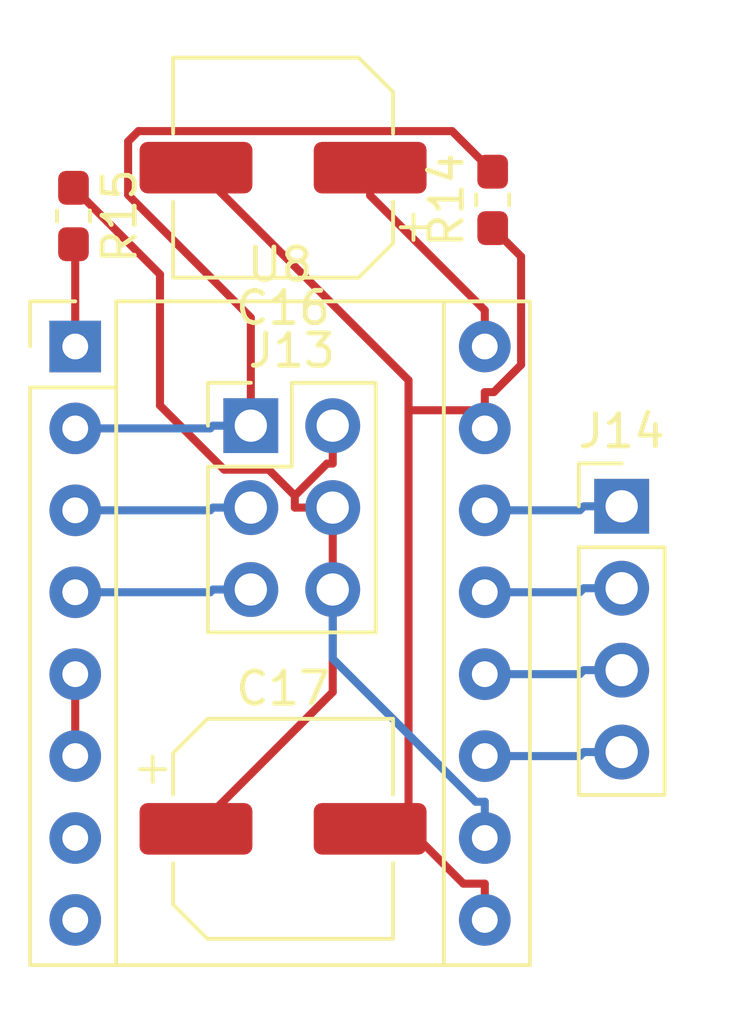
<source format=kicad_pcb>
(kicad_pcb (version 20171130) (host pcbnew 5.0.2-bee76a0~70~ubuntu18.04.1)

  (general
    (thickness 1.6)
    (drawings 0)
    (tracks 64)
    (zones 0)
    (modules 7)
    (nets 15)
  )

  (page A4)
  (layers
    (0 F.Cu signal)
    (31 B.Cu signal)
    (32 B.Adhes user)
    (33 F.Adhes user)
    (34 B.Paste user)
    (35 F.Paste user)
    (36 B.SilkS user)
    (37 F.SilkS user)
    (38 B.Mask user)
    (39 F.Mask user)
    (40 Dwgs.User user)
    (41 Cmts.User user)
    (42 Eco1.User user)
    (43 Eco2.User user)
    (44 Edge.Cuts user)
    (45 Margin user)
    (46 B.CrtYd user)
    (47 F.CrtYd user)
    (48 B.Fab user)
    (49 F.Fab user)
  )

  (setup
    (last_trace_width 0.25)
    (trace_clearance 0.2)
    (zone_clearance 0.508)
    (zone_45_only no)
    (trace_min 0.2)
    (segment_width 0.2)
    (edge_width 0.1)
    (via_size 0.8)
    (via_drill 0.4)
    (via_min_size 0.4)
    (via_min_drill 0.3)
    (uvia_size 0.3)
    (uvia_drill 0.1)
    (uvias_allowed no)
    (uvia_min_size 0.2)
    (uvia_min_drill 0.1)
    (pcb_text_width 0.3)
    (pcb_text_size 1.5 1.5)
    (mod_edge_width 0.15)
    (mod_text_size 1 1)
    (mod_text_width 0.15)
    (pad_size 1.5 1.5)
    (pad_drill 0.6)
    (pad_to_mask_clearance 0)
    (solder_mask_min_width 0.25)
    (aux_axis_origin 0 0)
    (visible_elements FFFFEF7F)
    (pcbplotparams
      (layerselection 0x010fc_ffffffff)
      (usegerberextensions false)
      (usegerberattributes false)
      (usegerberadvancedattributes false)
      (creategerberjobfile false)
      (excludeedgelayer true)
      (linewidth 0.100000)
      (plotframeref false)
      (viasonmask false)
      (mode 1)
      (useauxorigin false)
      (hpglpennumber 1)
      (hpglpenspeed 20)
      (hpglpendiameter 15.000000)
      (psnegative false)
      (psa4output false)
      (plotreference true)
      (plotvalue true)
      (plotinvisibletext false)
      (padsonsilk false)
      (subtractmaskfromsilk false)
      (outputformat 1)
      (mirror false)
      (drillshape 1)
      (scaleselection 1)
      (outputdirectory ""))
  )

  (net 0 "")
  (net 1 GND)
  (net 2 "Net-(J13-Pad1)")
  (net 3 /~EN~)
  (net 4 +5V)
  (net 5 "Net-(J13-Pad3)")
  (net 6 "Net-(J14-Pad4)")
  (net 7 "Net-(J13-Pad5)")
  (net 8 "Net-(J14-Pad3)")
  (net 9 "Net-(U8-Pad5)")
  (net 10 "Net-(J14-Pad2)")
  (net 11 "Net-(J14-Pad1)")
  (net 12 /STEP)
  (net 13 /DIR)
  (net 14 +12V)

  (net_class Default "This is the default net class."
    (clearance 0.2)
    (trace_width 0.25)
    (via_dia 0.8)
    (via_drill 0.4)
    (uvia_dia 0.3)
    (uvia_drill 0.1)
    (add_net +12V)
    (add_net +5V)
    (add_net /DIR)
    (add_net /STEP)
    (add_net /~EN~)
    (add_net GND)
    (add_net "Net-(J13-Pad1)")
    (add_net "Net-(J13-Pad3)")
    (add_net "Net-(J13-Pad5)")
    (add_net "Net-(J14-Pad1)")
    (add_net "Net-(J14-Pad2)")
    (add_net "Net-(J14-Pad3)")
    (add_net "Net-(J14-Pad4)")
    (add_net "Net-(U8-Pad5)")
  )

  (module Capacitor_SMD:CP_Elec_6.3x7.7 (layer F.Cu) (tedit 5BCA39D0) (tstamp 5CCFF356)
    (at 88 81.5)
    (descr "SMD capacitor, aluminum electrolytic, Nichicon, 6.3x7.7mm")
    (tags "capacitor electrolytic")
    (path /5CC0828B)
    (attr smd)
    (fp_text reference C17 (at 0 -4.35) (layer F.SilkS)
      (effects (font (size 1 1) (thickness 0.15)))
    )
    (fp_text value CP100uf,25V (at 0 4.35) (layer F.Fab)
      (effects (font (size 1 1) (thickness 0.15)))
    )
    (fp_text user %R (at 0 0) (layer F.Fab)
      (effects (font (size 1 1) (thickness 0.15)))
    )
    (fp_line (start -4.7 1.05) (end -3.55 1.05) (layer F.CrtYd) (width 0.05))
    (fp_line (start -4.7 -1.05) (end -4.7 1.05) (layer F.CrtYd) (width 0.05))
    (fp_line (start -3.55 -1.05) (end -4.7 -1.05) (layer F.CrtYd) (width 0.05))
    (fp_line (start -3.55 1.05) (end -3.55 2.4) (layer F.CrtYd) (width 0.05))
    (fp_line (start -3.55 -2.4) (end -3.55 -1.05) (layer F.CrtYd) (width 0.05))
    (fp_line (start -3.55 -2.4) (end -2.4 -3.55) (layer F.CrtYd) (width 0.05))
    (fp_line (start -3.55 2.4) (end -2.4 3.55) (layer F.CrtYd) (width 0.05))
    (fp_line (start -2.4 -3.55) (end 3.55 -3.55) (layer F.CrtYd) (width 0.05))
    (fp_line (start -2.4 3.55) (end 3.55 3.55) (layer F.CrtYd) (width 0.05))
    (fp_line (start 3.55 1.05) (end 3.55 3.55) (layer F.CrtYd) (width 0.05))
    (fp_line (start 4.7 1.05) (end 3.55 1.05) (layer F.CrtYd) (width 0.05))
    (fp_line (start 4.7 -1.05) (end 4.7 1.05) (layer F.CrtYd) (width 0.05))
    (fp_line (start 3.55 -1.05) (end 4.7 -1.05) (layer F.CrtYd) (width 0.05))
    (fp_line (start 3.55 -3.55) (end 3.55 -1.05) (layer F.CrtYd) (width 0.05))
    (fp_line (start -4.04375 -2.24125) (end -4.04375 -1.45375) (layer F.SilkS) (width 0.12))
    (fp_line (start -4.4375 -1.8475) (end -3.65 -1.8475) (layer F.SilkS) (width 0.12))
    (fp_line (start -3.41 2.345563) (end -2.345563 3.41) (layer F.SilkS) (width 0.12))
    (fp_line (start -3.41 -2.345563) (end -2.345563 -3.41) (layer F.SilkS) (width 0.12))
    (fp_line (start -3.41 -2.345563) (end -3.41 -1.06) (layer F.SilkS) (width 0.12))
    (fp_line (start -3.41 2.345563) (end -3.41 1.06) (layer F.SilkS) (width 0.12))
    (fp_line (start -2.345563 3.41) (end 3.41 3.41) (layer F.SilkS) (width 0.12))
    (fp_line (start -2.345563 -3.41) (end 3.41 -3.41) (layer F.SilkS) (width 0.12))
    (fp_line (start 3.41 -3.41) (end 3.41 -1.06) (layer F.SilkS) (width 0.12))
    (fp_line (start 3.41 3.41) (end 3.41 1.06) (layer F.SilkS) (width 0.12))
    (fp_line (start -2.389838 -1.645) (end -2.389838 -1.015) (layer F.Fab) (width 0.1))
    (fp_line (start -2.704838 -1.33) (end -2.074838 -1.33) (layer F.Fab) (width 0.1))
    (fp_line (start -3.3 2.3) (end -2.3 3.3) (layer F.Fab) (width 0.1))
    (fp_line (start -3.3 -2.3) (end -2.3 -3.3) (layer F.Fab) (width 0.1))
    (fp_line (start -3.3 -2.3) (end -3.3 2.3) (layer F.Fab) (width 0.1))
    (fp_line (start -2.3 3.3) (end 3.3 3.3) (layer F.Fab) (width 0.1))
    (fp_line (start -2.3 -3.3) (end 3.3 -3.3) (layer F.Fab) (width 0.1))
    (fp_line (start 3.3 -3.3) (end 3.3 3.3) (layer F.Fab) (width 0.1))
    (fp_circle (center 0 0) (end 3.15 0) (layer F.Fab) (width 0.1))
    (pad 2 smd roundrect (at 2.7 0) (size 3.5 1.6) (layers F.Cu F.Paste F.Mask) (roundrect_rratio 0.15625)
      (net 1 GND))
    (pad 1 smd roundrect (at -2.7 0) (size 3.5 1.6) (layers F.Cu F.Paste F.Mask) (roundrect_rratio 0.15625)
      (net 4 +5V))
    (model ${KISYS3DMOD}/Capacitor_SMD.3dshapes/CP_Elec_6.3x7.7.wrl
      (at (xyz 0 0 0))
      (scale (xyz 1 1 1))
      (rotate (xyz 0 0 0))
    )
  )

  (module Capacitor_SMD:CP_Elec_6.3x7.7 (layer F.Cu) (tedit 5BCA39D0) (tstamp 5CCFF32E)
    (at 88 61 180)
    (descr "SMD capacitor, aluminum electrolytic, Nichicon, 6.3x7.7mm")
    (tags "capacitor electrolytic")
    (path /5CC04D34)
    (attr smd)
    (fp_text reference C16 (at 0 -4.35 180) (layer F.SilkS)
      (effects (font (size 1 1) (thickness 0.15)))
    )
    (fp_text value CP100uf,25V (at 0 4.35 180) (layer F.Fab)
      (effects (font (size 1 1) (thickness 0.15)))
    )
    (fp_circle (center 0 0) (end 3.15 0) (layer F.Fab) (width 0.1))
    (fp_line (start 3.3 -3.3) (end 3.3 3.3) (layer F.Fab) (width 0.1))
    (fp_line (start -2.3 -3.3) (end 3.3 -3.3) (layer F.Fab) (width 0.1))
    (fp_line (start -2.3 3.3) (end 3.3 3.3) (layer F.Fab) (width 0.1))
    (fp_line (start -3.3 -2.3) (end -3.3 2.3) (layer F.Fab) (width 0.1))
    (fp_line (start -3.3 -2.3) (end -2.3 -3.3) (layer F.Fab) (width 0.1))
    (fp_line (start -3.3 2.3) (end -2.3 3.3) (layer F.Fab) (width 0.1))
    (fp_line (start -2.704838 -1.33) (end -2.074838 -1.33) (layer F.Fab) (width 0.1))
    (fp_line (start -2.389838 -1.645) (end -2.389838 -1.015) (layer F.Fab) (width 0.1))
    (fp_line (start 3.41 3.41) (end 3.41 1.06) (layer F.SilkS) (width 0.12))
    (fp_line (start 3.41 -3.41) (end 3.41 -1.06) (layer F.SilkS) (width 0.12))
    (fp_line (start -2.345563 -3.41) (end 3.41 -3.41) (layer F.SilkS) (width 0.12))
    (fp_line (start -2.345563 3.41) (end 3.41 3.41) (layer F.SilkS) (width 0.12))
    (fp_line (start -3.41 2.345563) (end -3.41 1.06) (layer F.SilkS) (width 0.12))
    (fp_line (start -3.41 -2.345563) (end -3.41 -1.06) (layer F.SilkS) (width 0.12))
    (fp_line (start -3.41 -2.345563) (end -2.345563 -3.41) (layer F.SilkS) (width 0.12))
    (fp_line (start -3.41 2.345563) (end -2.345563 3.41) (layer F.SilkS) (width 0.12))
    (fp_line (start -4.4375 -1.8475) (end -3.65 -1.8475) (layer F.SilkS) (width 0.12))
    (fp_line (start -4.04375 -2.24125) (end -4.04375 -1.45375) (layer F.SilkS) (width 0.12))
    (fp_line (start 3.55 -3.55) (end 3.55 -1.05) (layer F.CrtYd) (width 0.05))
    (fp_line (start 3.55 -1.05) (end 4.7 -1.05) (layer F.CrtYd) (width 0.05))
    (fp_line (start 4.7 -1.05) (end 4.7 1.05) (layer F.CrtYd) (width 0.05))
    (fp_line (start 4.7 1.05) (end 3.55 1.05) (layer F.CrtYd) (width 0.05))
    (fp_line (start 3.55 1.05) (end 3.55 3.55) (layer F.CrtYd) (width 0.05))
    (fp_line (start -2.4 3.55) (end 3.55 3.55) (layer F.CrtYd) (width 0.05))
    (fp_line (start -2.4 -3.55) (end 3.55 -3.55) (layer F.CrtYd) (width 0.05))
    (fp_line (start -3.55 2.4) (end -2.4 3.55) (layer F.CrtYd) (width 0.05))
    (fp_line (start -3.55 -2.4) (end -2.4 -3.55) (layer F.CrtYd) (width 0.05))
    (fp_line (start -3.55 -2.4) (end -3.55 -1.05) (layer F.CrtYd) (width 0.05))
    (fp_line (start -3.55 1.05) (end -3.55 2.4) (layer F.CrtYd) (width 0.05))
    (fp_line (start -3.55 -1.05) (end -4.7 -1.05) (layer F.CrtYd) (width 0.05))
    (fp_line (start -4.7 -1.05) (end -4.7 1.05) (layer F.CrtYd) (width 0.05))
    (fp_line (start -4.7 1.05) (end -3.55 1.05) (layer F.CrtYd) (width 0.05))
    (fp_text user %R (at 0 0 180) (layer F.Fab)
      (effects (font (size 1 1) (thickness 0.15)))
    )
    (pad 1 smd roundrect (at -2.7 0 180) (size 3.5 1.6) (layers F.Cu F.Paste F.Mask) (roundrect_rratio 0.15625)
      (net 14 +12V))
    (pad 2 smd roundrect (at 2.7 0 180) (size 3.5 1.6) (layers F.Cu F.Paste F.Mask) (roundrect_rratio 0.15625)
      (net 1 GND))
    (model ${KISYS3DMOD}/Capacitor_SMD.3dshapes/CP_Elec_6.3x7.7.wrl
      (at (xyz 0 0 0))
      (scale (xyz 1 1 1))
      (rotate (xyz 0 0 0))
    )
  )

  (module Connector_PinHeader_2.54mm:PinHeader_1x04_P2.54mm_Vertical (layer F.Cu) (tedit 59FED5CC) (tstamp 5CCFF306)
    (at 98.5 71.5)
    (descr "Through hole straight pin header, 1x04, 2.54mm pitch, single row")
    (tags "Through hole pin header THT 1x04 2.54mm single row")
    (path /5CC04CFC)
    (fp_text reference J14 (at 0 -2.33) (layer F.SilkS)
      (effects (font (size 1 1) (thickness 0.15)))
    )
    (fp_text value TO_MOTOR (at 0 9.95) (layer F.Fab)
      (effects (font (size 1 1) (thickness 0.15)))
    )
    (fp_line (start -0.635 -1.27) (end 1.27 -1.27) (layer F.Fab) (width 0.1))
    (fp_line (start 1.27 -1.27) (end 1.27 8.89) (layer F.Fab) (width 0.1))
    (fp_line (start 1.27 8.89) (end -1.27 8.89) (layer F.Fab) (width 0.1))
    (fp_line (start -1.27 8.89) (end -1.27 -0.635) (layer F.Fab) (width 0.1))
    (fp_line (start -1.27 -0.635) (end -0.635 -1.27) (layer F.Fab) (width 0.1))
    (fp_line (start -1.33 8.95) (end 1.33 8.95) (layer F.SilkS) (width 0.12))
    (fp_line (start -1.33 1.27) (end -1.33 8.95) (layer F.SilkS) (width 0.12))
    (fp_line (start 1.33 1.27) (end 1.33 8.95) (layer F.SilkS) (width 0.12))
    (fp_line (start -1.33 1.27) (end 1.33 1.27) (layer F.SilkS) (width 0.12))
    (fp_line (start -1.33 0) (end -1.33 -1.33) (layer F.SilkS) (width 0.12))
    (fp_line (start -1.33 -1.33) (end 0 -1.33) (layer F.SilkS) (width 0.12))
    (fp_line (start -1.8 -1.8) (end -1.8 9.4) (layer F.CrtYd) (width 0.05))
    (fp_line (start -1.8 9.4) (end 1.8 9.4) (layer F.CrtYd) (width 0.05))
    (fp_line (start 1.8 9.4) (end 1.8 -1.8) (layer F.CrtYd) (width 0.05))
    (fp_line (start 1.8 -1.8) (end -1.8 -1.8) (layer F.CrtYd) (width 0.05))
    (fp_text user %R (at 0 3.81 90) (layer F.Fab)
      (effects (font (size 1 1) (thickness 0.15)))
    )
    (pad 1 thru_hole rect (at 0 0) (size 1.7 1.7) (drill 1) (layers *.Cu *.Mask)
      (net 11 "Net-(J14-Pad1)"))
    (pad 2 thru_hole oval (at 0 2.54) (size 1.7 1.7) (drill 1) (layers *.Cu *.Mask)
      (net 10 "Net-(J14-Pad2)"))
    (pad 3 thru_hole oval (at 0 5.08) (size 1.7 1.7) (drill 1) (layers *.Cu *.Mask)
      (net 8 "Net-(J14-Pad3)"))
    (pad 4 thru_hole oval (at 0 7.62) (size 1.7 1.7) (drill 1) (layers *.Cu *.Mask)
      (net 6 "Net-(J14-Pad4)"))
    (model ${KISYS3DMOD}/Connector_PinHeader_2.54mm.3dshapes/PinHeader_1x04_P2.54mm_Vertical.wrl
      (at (xyz 0 0 0))
      (scale (xyz 1 1 1))
      (rotate (xyz 0 0 0))
    )
  )

  (module Connector_PinHeader_2.54mm:PinHeader_2x03_P2.54mm_Vertical (layer F.Cu) (tedit 59FED5CC) (tstamp 5CCFF2EE)
    (at 87 69)
    (descr "Through hole straight pin header, 2x03, 2.54mm pitch, double rows")
    (tags "Through hole pin header THT 2x03 2.54mm double row")
    (path /5CC04CD9)
    (fp_text reference J13 (at 1.27 -2.33) (layer F.SilkS)
      (effects (font (size 1 1) (thickness 0.15)))
    )
    (fp_text value MS_SELECT (at 1.27 7.41) (layer F.Fab)
      (effects (font (size 1 1) (thickness 0.15)))
    )
    (fp_line (start 0 -1.27) (end 3.81 -1.27) (layer F.Fab) (width 0.1))
    (fp_line (start 3.81 -1.27) (end 3.81 6.35) (layer F.Fab) (width 0.1))
    (fp_line (start 3.81 6.35) (end -1.27 6.35) (layer F.Fab) (width 0.1))
    (fp_line (start -1.27 6.35) (end -1.27 0) (layer F.Fab) (width 0.1))
    (fp_line (start -1.27 0) (end 0 -1.27) (layer F.Fab) (width 0.1))
    (fp_line (start -1.33 6.41) (end 3.87 6.41) (layer F.SilkS) (width 0.12))
    (fp_line (start -1.33 1.27) (end -1.33 6.41) (layer F.SilkS) (width 0.12))
    (fp_line (start 3.87 -1.33) (end 3.87 6.41) (layer F.SilkS) (width 0.12))
    (fp_line (start -1.33 1.27) (end 1.27 1.27) (layer F.SilkS) (width 0.12))
    (fp_line (start 1.27 1.27) (end 1.27 -1.33) (layer F.SilkS) (width 0.12))
    (fp_line (start 1.27 -1.33) (end 3.87 -1.33) (layer F.SilkS) (width 0.12))
    (fp_line (start -1.33 0) (end -1.33 -1.33) (layer F.SilkS) (width 0.12))
    (fp_line (start -1.33 -1.33) (end 0 -1.33) (layer F.SilkS) (width 0.12))
    (fp_line (start -1.8 -1.8) (end -1.8 6.85) (layer F.CrtYd) (width 0.05))
    (fp_line (start -1.8 6.85) (end 4.35 6.85) (layer F.CrtYd) (width 0.05))
    (fp_line (start 4.35 6.85) (end 4.35 -1.8) (layer F.CrtYd) (width 0.05))
    (fp_line (start 4.35 -1.8) (end -1.8 -1.8) (layer F.CrtYd) (width 0.05))
    (fp_text user %R (at 1.27 2.54 90) (layer F.Fab)
      (effects (font (size 1 1) (thickness 0.15)))
    )
    (pad 1 thru_hole rect (at 0 0) (size 1.7 1.7) (drill 1) (layers *.Cu *.Mask)
      (net 2 "Net-(J13-Pad1)"))
    (pad 2 thru_hole oval (at 2.54 0) (size 1.7 1.7) (drill 1) (layers *.Cu *.Mask)
      (net 4 +5V))
    (pad 3 thru_hole oval (at 0 2.54) (size 1.7 1.7) (drill 1) (layers *.Cu *.Mask)
      (net 5 "Net-(J13-Pad3)"))
    (pad 4 thru_hole oval (at 2.54 2.54) (size 1.7 1.7) (drill 1) (layers *.Cu *.Mask)
      (net 4 +5V))
    (pad 5 thru_hole oval (at 0 5.08) (size 1.7 1.7) (drill 1) (layers *.Cu *.Mask)
      (net 7 "Net-(J13-Pad5)"))
    (pad 6 thru_hole oval (at 2.54 5.08) (size 1.7 1.7) (drill 1) (layers *.Cu *.Mask)
      (net 4 +5V))
    (model ${KISYS3DMOD}/Connector_PinHeader_2.54mm.3dshapes/PinHeader_2x03_P2.54mm_Vertical.wrl
      (at (xyz 0 0 0))
      (scale (xyz 1 1 1))
      (rotate (xyz 0 0 0))
    )
  )

  (module Module:Pololu_Breakout-16_15.2x20.3mm (layer F.Cu) (tedit 58AB602C) (tstamp 5CCFF2D2)
    (at 81.555 66.545)
    (descr "Pololu Breakout 16-pin 15.2x20.3mm 0.6x0.8\\")
    (tags "Pololu Breakout")
    (path /5CC04CC4)
    (fp_text reference U8 (at 6.35 -2.54) (layer F.SilkS)
      (effects (font (size 1 1) (thickness 0.15)))
    )
    (fp_text value A4988_MODULE (at 6.35 20.17) (layer F.Fab)
      (effects (font (size 1 1) (thickness 0.15)))
    )
    (fp_text user %R (at 6.35 0) (layer F.Fab)
      (effects (font (size 1 1) (thickness 0.15)))
    )
    (fp_line (start 11.43 -1.4) (end 11.43 19.18) (layer F.SilkS) (width 0.12))
    (fp_line (start 1.27 1.27) (end 1.27 19.18) (layer F.SilkS) (width 0.12))
    (fp_line (start 0 -1.4) (end -1.4 -1.4) (layer F.SilkS) (width 0.12))
    (fp_line (start -1.4 -1.4) (end -1.4 0) (layer F.SilkS) (width 0.12))
    (fp_line (start 1.27 -1.4) (end 1.27 1.27) (layer F.SilkS) (width 0.12))
    (fp_line (start 1.27 1.27) (end -1.4 1.27) (layer F.SilkS) (width 0.12))
    (fp_line (start -1.4 1.27) (end -1.4 19.18) (layer F.SilkS) (width 0.12))
    (fp_line (start -1.4 19.18) (end 14.1 19.18) (layer F.SilkS) (width 0.12))
    (fp_line (start 14.1 19.18) (end 14.1 -1.4) (layer F.SilkS) (width 0.12))
    (fp_line (start 14.1 -1.4) (end 1.27 -1.4) (layer F.SilkS) (width 0.12))
    (fp_line (start -1.27 0) (end 0 -1.27) (layer F.Fab) (width 0.1))
    (fp_line (start 0 -1.27) (end 13.97 -1.27) (layer F.Fab) (width 0.1))
    (fp_line (start 13.97 -1.27) (end 13.97 19.05) (layer F.Fab) (width 0.1))
    (fp_line (start 13.97 19.05) (end -1.27 19.05) (layer F.Fab) (width 0.1))
    (fp_line (start -1.27 19.05) (end -1.27 0) (layer F.Fab) (width 0.1))
    (fp_line (start -1.53 -1.52) (end 14.21 -1.52) (layer F.CrtYd) (width 0.05))
    (fp_line (start -1.53 -1.52) (end -1.53 19.3) (layer F.CrtYd) (width 0.05))
    (fp_line (start 14.21 19.3) (end 14.21 -1.52) (layer F.CrtYd) (width 0.05))
    (fp_line (start 14.21 19.3) (end -1.53 19.3) (layer F.CrtYd) (width 0.05))
    (pad 1 thru_hole rect (at 0 0) (size 1.6 1.6) (drill 0.8) (layers *.Cu *.Mask)
      (net 3 /~EN~))
    (pad 9 thru_hole oval (at 12.7 17.78) (size 1.6 1.6) (drill 0.8) (layers *.Cu *.Mask)
      (net 1 GND))
    (pad 2 thru_hole oval (at 0 2.54) (size 1.6 1.6) (drill 0.8) (layers *.Cu *.Mask)
      (net 2 "Net-(J13-Pad1)"))
    (pad 10 thru_hole oval (at 12.7 15.24) (size 1.6 1.6) (drill 0.8) (layers *.Cu *.Mask)
      (net 4 +5V))
    (pad 3 thru_hole oval (at 0 5.08) (size 1.6 1.6) (drill 0.8) (layers *.Cu *.Mask)
      (net 5 "Net-(J13-Pad3)"))
    (pad 11 thru_hole oval (at 12.7 12.7) (size 1.6 1.6) (drill 0.8) (layers *.Cu *.Mask)
      (net 6 "Net-(J14-Pad4)"))
    (pad 4 thru_hole oval (at 0 7.62) (size 1.6 1.6) (drill 0.8) (layers *.Cu *.Mask)
      (net 7 "Net-(J13-Pad5)"))
    (pad 12 thru_hole oval (at 12.7 10.16) (size 1.6 1.6) (drill 0.8) (layers *.Cu *.Mask)
      (net 8 "Net-(J14-Pad3)"))
    (pad 5 thru_hole oval (at 0 10.16) (size 1.6 1.6) (drill 0.8) (layers *.Cu *.Mask)
      (net 9 "Net-(U8-Pad5)"))
    (pad 13 thru_hole oval (at 12.7 7.62) (size 1.6 1.6) (drill 0.8) (layers *.Cu *.Mask)
      (net 10 "Net-(J14-Pad2)"))
    (pad 6 thru_hole oval (at 0 12.7) (size 1.6 1.6) (drill 0.8) (layers *.Cu *.Mask)
      (net 9 "Net-(U8-Pad5)"))
    (pad 14 thru_hole oval (at 12.7 5.08) (size 1.6 1.6) (drill 0.8) (layers *.Cu *.Mask)
      (net 11 "Net-(J14-Pad1)"))
    (pad 7 thru_hole oval (at 0 15.24) (size 1.6 1.6) (drill 0.8) (layers *.Cu *.Mask)
      (net 12 /STEP))
    (pad 15 thru_hole oval (at 12.7 2.54) (size 1.6 1.6) (drill 0.8) (layers *.Cu *.Mask)
      (net 1 GND))
    (pad 8 thru_hole oval (at 0 17.78) (size 1.6 1.6) (drill 0.8) (layers *.Cu *.Mask)
      (net 13 /DIR))
    (pad 16 thru_hole oval (at 12.7 0) (size 1.6 1.6) (drill 0.8) (layers *.Cu *.Mask)
      (net 14 +12V))
    (model ${KISYS3DMOD}/Module.3dshapes/Pololu_Breakout-16_15.2x20.3mm.wrl
      (at (xyz 0 0 0))
      (scale (xyz 1 1 1))
      (rotate (xyz 0 0 0))
    )
  )

  (module Resistor_SMD:R_0603_1608Metric_Pad1.05x0.95mm_HandSolder (layer F.Cu) (tedit 5B301BBD) (tstamp 5CCFF2AA)
    (at 81.5 62.5 270)
    (descr "Resistor SMD 0603 (1608 Metric), square (rectangular) end terminal, IPC_7351 nominal with elongated pad for handsoldering. (Body size source: http://www.tortai-tech.com/upload/download/2011102023233369053.pdf), generated with kicad-footprint-generator")
    (tags "resistor handsolder")
    (path /5CC04CC5)
    (attr smd)
    (fp_text reference R15 (at 0 -1.43 270) (layer F.SilkS)
      (effects (font (size 1 1) (thickness 0.15)))
    )
    (fp_text value R103,0603 (at 0 1.43 270) (layer F.Fab)
      (effects (font (size 1 1) (thickness 0.15)))
    )
    (fp_text user %R (at 0 0 270) (layer F.Fab)
      (effects (font (size 0.4 0.4) (thickness 0.06)))
    )
    (fp_line (start 1.65 0.73) (end -1.65 0.73) (layer F.CrtYd) (width 0.05))
    (fp_line (start 1.65 -0.73) (end 1.65 0.73) (layer F.CrtYd) (width 0.05))
    (fp_line (start -1.65 -0.73) (end 1.65 -0.73) (layer F.CrtYd) (width 0.05))
    (fp_line (start -1.65 0.73) (end -1.65 -0.73) (layer F.CrtYd) (width 0.05))
    (fp_line (start -0.171267 0.51) (end 0.171267 0.51) (layer F.SilkS) (width 0.12))
    (fp_line (start -0.171267 -0.51) (end 0.171267 -0.51) (layer F.SilkS) (width 0.12))
    (fp_line (start 0.8 0.4) (end -0.8 0.4) (layer F.Fab) (width 0.1))
    (fp_line (start 0.8 -0.4) (end 0.8 0.4) (layer F.Fab) (width 0.1))
    (fp_line (start -0.8 -0.4) (end 0.8 -0.4) (layer F.Fab) (width 0.1))
    (fp_line (start -0.8 0.4) (end -0.8 -0.4) (layer F.Fab) (width 0.1))
    (pad 2 smd roundrect (at 0.875 0 270) (size 1.05 0.95) (layers F.Cu F.Paste F.Mask) (roundrect_rratio 0.25)
      (net 3 /~EN~))
    (pad 1 smd roundrect (at -0.875 0 270) (size 1.05 0.95) (layers F.Cu F.Paste F.Mask) (roundrect_rratio 0.25)
      (net 4 +5V))
    (model ${KISYS3DMOD}/Resistor_SMD.3dshapes/R_0603_1608Metric.wrl
      (at (xyz 0 0 0))
      (scale (xyz 1 1 1))
      (rotate (xyz 0 0 0))
    )
  )

  (module Resistor_SMD:R_0603_1608Metric_Pad1.05x0.95mm_HandSolder (layer F.Cu) (tedit 5B301BBD) (tstamp 5CCFF299)
    (at 94.5 62 90)
    (descr "Resistor SMD 0603 (1608 Metric), square (rectangular) end terminal, IPC_7351 nominal with elongated pad for handsoldering. (Body size source: http://www.tortai-tech.com/upload/download/2011102023233369053.pdf), generated with kicad-footprint-generator")
    (tags "resistor handsolder")
    (path /5CC04CD5)
    (attr smd)
    (fp_text reference R14 (at 0 -1.43 90) (layer F.SilkS)
      (effects (font (size 1 1) (thickness 0.15)))
    )
    (fp_text value R104,0603 (at 0 1.43 90) (layer F.Fab)
      (effects (font (size 1 1) (thickness 0.15)))
    )
    (fp_line (start -0.8 0.4) (end -0.8 -0.4) (layer F.Fab) (width 0.1))
    (fp_line (start -0.8 -0.4) (end 0.8 -0.4) (layer F.Fab) (width 0.1))
    (fp_line (start 0.8 -0.4) (end 0.8 0.4) (layer F.Fab) (width 0.1))
    (fp_line (start 0.8 0.4) (end -0.8 0.4) (layer F.Fab) (width 0.1))
    (fp_line (start -0.171267 -0.51) (end 0.171267 -0.51) (layer F.SilkS) (width 0.12))
    (fp_line (start -0.171267 0.51) (end 0.171267 0.51) (layer F.SilkS) (width 0.12))
    (fp_line (start -1.65 0.73) (end -1.65 -0.73) (layer F.CrtYd) (width 0.05))
    (fp_line (start -1.65 -0.73) (end 1.65 -0.73) (layer F.CrtYd) (width 0.05))
    (fp_line (start 1.65 -0.73) (end 1.65 0.73) (layer F.CrtYd) (width 0.05))
    (fp_line (start 1.65 0.73) (end -1.65 0.73) (layer F.CrtYd) (width 0.05))
    (fp_text user %R (at 0 0 90) (layer F.Fab)
      (effects (font (size 0.4 0.4) (thickness 0.06)))
    )
    (pad 1 smd roundrect (at -0.875 0 90) (size 1.05 0.95) (layers F.Cu F.Paste F.Mask) (roundrect_rratio 0.25)
      (net 1 GND))
    (pad 2 smd roundrect (at 0.875 0 90) (size 1.05 0.95) (layers F.Cu F.Paste F.Mask) (roundrect_rratio 0.25)
      (net 2 "Net-(J13-Pad1)"))
    (model ${KISYS3DMOD}/Resistor_SMD.3dshapes/R_0603_1608Metric.wrl
      (at (xyz 0 0 0))
      (scale (xyz 1 1 1))
      (rotate (xyz 0 0 0))
    )
  )

  (segment (start 94.255 84.325) (end 94.255 83.1997) (width 0.25) (layer F.Cu) (net 1))
  (segment (start 91.8904 81.5) (end 93.5901 83.1997) (width 0.25) (layer F.Cu) (net 1))
  (segment (start 93.5901 83.1997) (end 94.255 83.1997) (width 0.25) (layer F.Cu) (net 1))
  (segment (start 91.8904 68.5223) (end 91.8904 81.5) (width 0.25) (layer F.Cu) (net 1))
  (segment (start 91.8904 81.5) (end 90.7 81.5) (width 0.25) (layer F.Cu) (net 1))
  (segment (start 85.3 61) (end 91.8904 67.5904) (width 0.25) (layer F.Cu) (net 1))
  (segment (start 91.8904 67.5904) (end 91.8904 68.5223) (width 0.25) (layer F.Cu) (net 1))
  (segment (start 94.255 68.5223) (end 91.8904 68.5223) (width 0.25) (layer F.Cu) (net 1))
  (segment (start 94.255 68.5223) (end 94.255 67.9597) (width 0.25) (layer F.Cu) (net 1))
  (segment (start 94.255 69.085) (end 94.255 68.5223) (width 0.25) (layer F.Cu) (net 1))
  (segment (start 94.5 62.875) (end 95.3803 63.7553) (width 0.25) (layer F.Cu) (net 1))
  (segment (start 95.3803 63.7553) (end 95.3803 67.1158) (width 0.25) (layer F.Cu) (net 1))
  (segment (start 95.3803 67.1158) (end 94.5364 67.9597) (width 0.25) (layer F.Cu) (net 1))
  (segment (start 94.5364 67.9597) (end 94.255 67.9597) (width 0.25) (layer F.Cu) (net 1))
  (segment (start 94.5 61.125) (end 93.242 59.867) (width 0.25) (layer F.Cu) (net 2))
  (segment (start 93.242 59.867) (end 83.5145 59.867) (width 0.25) (layer F.Cu) (net 2))
  (segment (start 83.5145 59.867) (end 83.1948 60.1867) (width 0.25) (layer F.Cu) (net 2))
  (segment (start 83.1948 60.1867) (end 83.1948 61.8445) (width 0.25) (layer F.Cu) (net 2))
  (segment (start 83.1948 61.8445) (end 87 65.6497) (width 0.25) (layer F.Cu) (net 2))
  (segment (start 87 65.6497) (end 87 69) (width 0.25) (layer F.Cu) (net 2))
  (segment (start 87 69) (end 85.8247 69) (width 0.25) (layer B.Cu) (net 2))
  (segment (start 81.555 69.085) (end 85.7397 69.085) (width 0.25) (layer B.Cu) (net 2))
  (segment (start 85.7397 69.085) (end 85.8247 69) (width 0.25) (layer B.Cu) (net 2))
  (segment (start 81.5 63.375) (end 81.555 63.43) (width 0.25) (layer F.Cu) (net 3))
  (segment (start 81.555 63.43) (end 81.555 66.545) (width 0.25) (layer F.Cu) (net 3))
  (segment (start 88.3647 71.1726) (end 88.3647 71.54) (width 0.25) (layer F.Cu) (net 4))
  (segment (start 81.5 61.625) (end 84.183 64.308) (width 0.25) (layer F.Cu) (net 4))
  (segment (start 84.183 64.308) (end 84.183 68.3731) (width 0.25) (layer F.Cu) (net 4))
  (segment (start 84.183 68.3731) (end 86.1746 70.3647) (width 0.25) (layer F.Cu) (net 4))
  (segment (start 86.1746 70.3647) (end 87.5568 70.3647) (width 0.25) (layer F.Cu) (net 4))
  (segment (start 87.5568 70.3647) (end 88.3647 71.1726) (width 0.25) (layer F.Cu) (net 4))
  (segment (start 88.3647 71.1726) (end 89.362 70.1753) (width 0.25) (layer F.Cu) (net 4))
  (segment (start 89.362 70.1753) (end 89.54 70.1753) (width 0.25) (layer F.Cu) (net 4))
  (segment (start 89.54 69) (end 89.54 70.1753) (width 0.25) (layer F.Cu) (net 4))
  (segment (start 89.54 74.08) (end 89.54 77.26) (width 0.25) (layer F.Cu) (net 4))
  (segment (start 89.54 77.26) (end 85.3 81.5) (width 0.25) (layer F.Cu) (net 4))
  (segment (start 89.54 71.54) (end 89.54 74.08) (width 0.25) (layer F.Cu) (net 4))
  (segment (start 89.54 71.54) (end 88.3647 71.54) (width 0.25) (layer F.Cu) (net 4))
  (segment (start 94.255 81.785) (end 94.255 80.6597) (width 0.25) (layer B.Cu) (net 4))
  (segment (start 89.54 74.08) (end 89.54 76.226) (width 0.25) (layer B.Cu) (net 4))
  (segment (start 89.54 76.226) (end 93.9737 80.6597) (width 0.25) (layer B.Cu) (net 4))
  (segment (start 93.9737 80.6597) (end 94.255 80.6597) (width 0.25) (layer B.Cu) (net 4))
  (segment (start 87 71.54) (end 85.8247 71.54) (width 0.25) (layer B.Cu) (net 5))
  (segment (start 81.555 71.625) (end 85.7397 71.625) (width 0.25) (layer B.Cu) (net 5))
  (segment (start 85.7397 71.625) (end 85.8247 71.54) (width 0.25) (layer B.Cu) (net 5))
  (segment (start 98.5 79.12) (end 97.3247 79.12) (width 0.25) (layer B.Cu) (net 6))
  (segment (start 94.255 79.245) (end 97.1997 79.245) (width 0.25) (layer B.Cu) (net 6))
  (segment (start 97.1997 79.245) (end 97.3247 79.12) (width 0.25) (layer B.Cu) (net 6))
  (segment (start 87 74.08) (end 85.8247 74.08) (width 0.25) (layer B.Cu) (net 7))
  (segment (start 81.555 74.165) (end 85.7397 74.165) (width 0.25) (layer B.Cu) (net 7))
  (segment (start 85.7397 74.165) (end 85.8247 74.08) (width 0.25) (layer B.Cu) (net 7))
  (segment (start 98.5 76.58) (end 97.3247 76.58) (width 0.25) (layer B.Cu) (net 8))
  (segment (start 94.255 76.705) (end 97.1997 76.705) (width 0.25) (layer B.Cu) (net 8))
  (segment (start 97.1997 76.705) (end 97.3247 76.58) (width 0.25) (layer B.Cu) (net 8))
  (segment (start 81.555 79.245) (end 81.555 76.705) (width 0.25) (layer F.Cu) (net 9))
  (segment (start 98.5 74.04) (end 97.3247 74.04) (width 0.25) (layer B.Cu) (net 10))
  (segment (start 94.255 74.165) (end 97.1997 74.165) (width 0.25) (layer B.Cu) (net 10))
  (segment (start 97.1997 74.165) (end 97.3247 74.04) (width 0.25) (layer B.Cu) (net 10))
  (segment (start 98.5 71.5) (end 97.3247 71.5) (width 0.25) (layer B.Cu) (net 11))
  (segment (start 94.255 71.625) (end 97.1997 71.625) (width 0.25) (layer B.Cu) (net 11))
  (segment (start 97.1997 71.625) (end 97.3247 71.5) (width 0.25) (layer B.Cu) (net 11))
  (segment (start 94.255 66.545) (end 94.255 65.4197) (width 0.25) (layer F.Cu) (net 14))
  (segment (start 94.255 65.4197) (end 90.7 61.8647) (width 0.25) (layer F.Cu) (net 14))
  (segment (start 90.7 61.8647) (end 90.7 61) (width 0.25) (layer F.Cu) (net 14))

)

</source>
